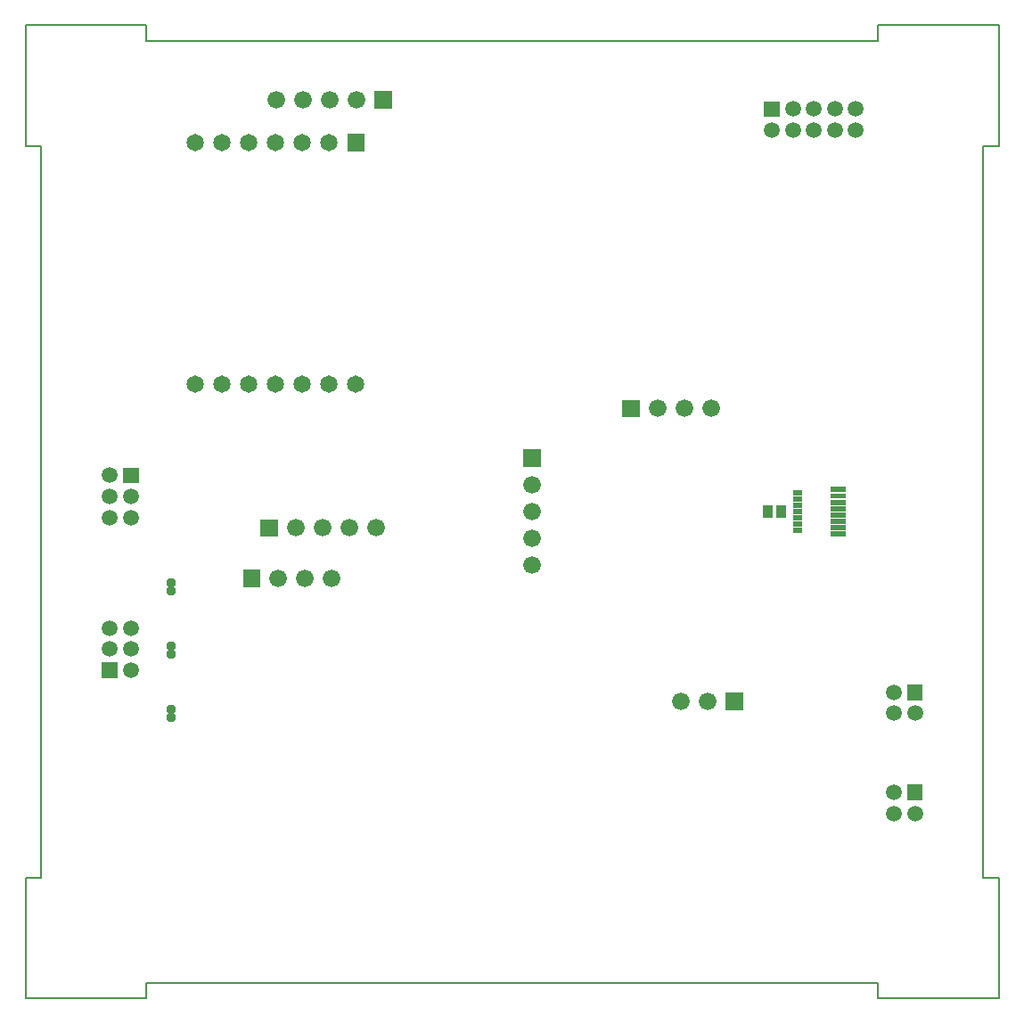
<source format=gbr>
G04 start of page 7 for group -4062 idx -4062 *
G04 Title: (unknown), soldermask *
G04 Creator: pcb 20140316 *
G04 CreationDate: Σαβ 12 Μάρ 2016 12:00:08 μμ GMT UTC *
G04 For: mobintu *
G04 Format: Gerber/RS-274X *
G04 PCB-Dimensions (mm): 100.00 100.00 *
G04 PCB-Coordinate-Origin: lower left *
%MOMM*%
%FSLAX43Y43*%
%LNBOTTOMMASK*%
%ADD147R,0.500X0.500*%
%ADD146R,0.902X0.902*%
%ADD145C,1.653*%
%ADD144C,0.953*%
%ADD143C,1.676*%
%ADD142C,1.502*%
%ADD141C,0.002*%
%ADD140C,0.200*%
%ADD139C,0.200*%
G54D139*X3900Y84100D02*X5400D01*
X15400Y95600D02*Y94100D01*
X84900D01*
X3900Y84100D02*Y95600D01*
X15400D01*
X84900Y94100D02*Y95600D01*
X94900Y84100D02*Y14600D01*
Y84100D02*X96400D01*
G54D140*Y14600D02*X94900D01*
G54D139*X84900Y95600D02*X96400D01*
Y84100D01*
X5400Y14600D02*X3900D01*
X15400Y3100D02*Y4600D01*
X3900Y3100D02*X15400D01*
X3900D02*Y14600D01*
X5400Y84100D02*Y14600D01*
X15400Y4600D02*X84900D01*
Y3100D01*
X96400D01*
Y14600D01*
G54D141*G36*
X87649Y32951D02*Y31449D01*
X89151D01*
Y32951D01*
X87649D01*
G37*
G54D142*X86400Y32200D03*
X88400Y30200D03*
X86400D03*
G54D141*G36*
X87649Y23451D02*Y21949D01*
X89151D01*
Y23451D01*
X87649D01*
G37*
G54D142*X86400Y22700D03*
X88400Y20700D03*
X86400D03*
G54D141*G36*
X70442Y32138D02*Y30462D01*
X72118D01*
Y32138D01*
X70442D01*
G37*
G54D143*X68740Y31300D03*
X66200D03*
G54D141*G36*
X24562Y43838D02*Y42162D01*
X26238D01*
Y43838D01*
X24562D01*
G37*
G54D143*X27940Y43000D03*
G54D141*G36*
X26202Y48638D02*Y46962D01*
X27878D01*
Y48638D01*
X26202D01*
G37*
G54D143*X33020Y43000D03*
X30480D03*
X29580Y47800D03*
X32120D03*
X34660D03*
X37200D03*
G54D144*X17700Y29800D03*
Y30600D03*
Y35800D03*
Y36600D03*
Y41800D03*
Y42600D03*
G54D141*G36*
X11149Y35051D02*Y33549D01*
X12651D01*
Y35051D01*
X11149D01*
G37*
G54D142*X13900Y34300D03*
X11900Y36300D03*
X13900D03*
X11900Y38300D03*
X13900D03*
G54D141*G36*
X13149Y53551D02*Y52049D01*
X14651D01*
Y53551D01*
X13149D01*
G37*
G54D142*X11900Y52800D03*
X13900Y50800D03*
X11900D03*
X13900Y48800D03*
X11900D03*
G54D141*G36*
X34474Y85226D02*Y83574D01*
X36126D01*
Y85226D01*
X34474D01*
G37*
G36*
X37082Y89338D02*Y87662D01*
X38758D01*
Y89338D01*
X37082D01*
G37*
G54D143*X35380Y88500D03*
G54D145*X32760Y84400D03*
G54D143*X32840Y88500D03*
G54D145*X30220Y84400D03*
G54D143*X30300Y88500D03*
X27760D03*
G54D145*X27680Y84400D03*
X25140D03*
X22600D03*
X20060D03*
Y61500D03*
X22600D03*
X25140D03*
X27680D03*
X30220D03*
X32760D03*
X35300D03*
G54D142*X74800Y85600D03*
G54D141*G36*
X74049Y88351D02*Y86849D01*
X75551D01*
Y88351D01*
X74049D01*
G37*
G54D142*X76800Y85600D03*
Y87600D03*
X78800Y85600D03*
Y87600D03*
X80800Y85600D03*
Y87600D03*
X82800Y85600D03*
Y87600D03*
G54D141*G36*
X60582Y59988D02*Y58312D01*
X62258D01*
Y59988D01*
X60582D01*
G37*
G36*
X51162Y55268D02*Y53592D01*
X52838D01*
Y55268D01*
X51162D01*
G37*
G54D143*X52000Y51890D03*
Y49350D03*
Y46810D03*
Y44270D03*
X63960Y59150D03*
X66500D03*
X69040D03*
G54D146*X74400Y49475D02*Y49225D01*
G54D147*X80625Y47250D02*X81575D01*
X80625Y47850D02*X81575D01*
X80625Y48450D02*X81575D01*
X80625Y49050D02*X81575D01*
X80625Y49650D02*X81575D01*
X80625Y50250D02*X81575D01*
X80625Y50850D02*X81575D01*
X80625Y51450D02*X81575D01*
G54D146*X75700Y49475D02*Y49225D01*
G54D147*X77075Y47550D02*X77425D01*
X77075Y48150D02*X77425D01*
X77075Y48750D02*X77425D01*
X77075Y49350D02*X77425D01*
X77075Y49950D02*X77425D01*
X77075Y50550D02*X77425D01*
X77075Y51150D02*X77425D01*
M02*

</source>
